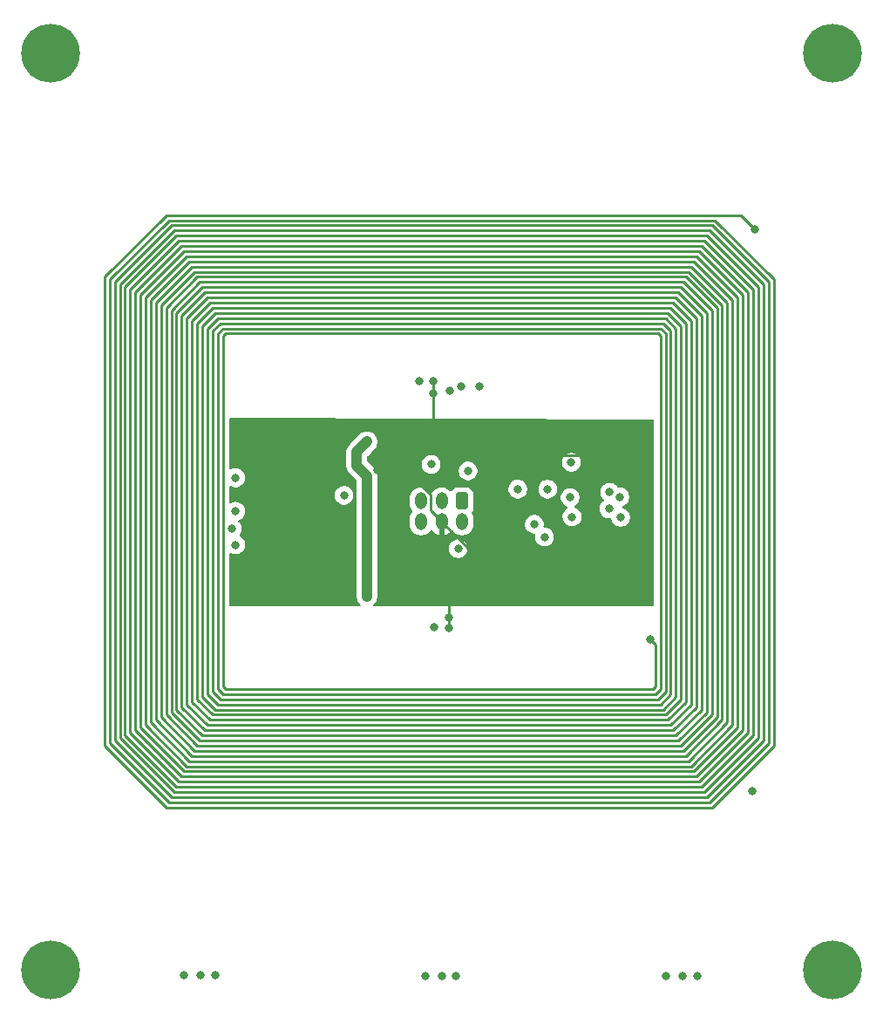
<source format=gbr>
%TF.GenerationSoftware,KiCad,Pcbnew,9.0.0*%
%TF.CreationDate,2025-09-25T12:09:15-07:00*%
%TF.ProjectId,XY_Faces_V3,58595f46-6163-4657-935f-56332e6b6963,3.0*%
%TF.SameCoordinates,Original*%
%TF.FileFunction,Copper,L3,Inr*%
%TF.FilePolarity,Positive*%
%FSLAX46Y46*%
G04 Gerber Fmt 4.6, Leading zero omitted, Abs format (unit mm)*
G04 Created by KiCad (PCBNEW 9.0.0) date 2025-09-25 12:09:15*
%MOMM*%
%LPD*%
G01*
G04 APERTURE LIST*
G04 Aperture macros list*
%AMRoundRect*
0 Rectangle with rounded corners*
0 $1 Rounding radius*
0 $2 $3 $4 $5 $6 $7 $8 $9 X,Y pos of 4 corners*
0 Add a 4 corners polygon primitive as box body*
4,1,4,$2,$3,$4,$5,$6,$7,$8,$9,$2,$3,0*
0 Add four circle primitives for the rounded corners*
1,1,$1+$1,$2,$3*
1,1,$1+$1,$4,$5*
1,1,$1+$1,$6,$7*
1,1,$1+$1,$8,$9*
0 Add four rect primitives between the rounded corners*
20,1,$1+$1,$2,$3,$4,$5,0*
20,1,$1+$1,$4,$5,$6,$7,0*
20,1,$1+$1,$6,$7,$8,$9,0*
20,1,$1+$1,$8,$9,$2,$3,0*%
G04 Aperture macros list end*
%TA.AperFunction,ComponentPad*%
%ADD10C,5.700000*%
%TD*%
%TA.AperFunction,ComponentPad*%
%ADD11RoundRect,0.250000X0.350000X0.575000X-0.350000X0.575000X-0.350000X-0.575000X0.350000X-0.575000X0*%
%TD*%
%TA.AperFunction,ComponentPad*%
%ADD12O,1.200000X1.650000*%
%TD*%
%TA.AperFunction,ViaPad*%
%ADD13C,0.800000*%
%TD*%
%TA.AperFunction,Conductor*%
%ADD14C,0.250000*%
%TD*%
%TA.AperFunction,Conductor*%
%ADD15C,1.000000*%
%TD*%
G04 APERTURE END LIST*
D10*
%TO.N,unconnected-(J2-Pin_1-Pad1)*%
%TO.C,J2*%
X106500000Y-70300000D03*
%TD*%
%TO.N,unconnected-(J3-Pin_1-Pad1)*%
%TO.C,J3*%
X106500000Y-159300000D03*
%TD*%
%TO.N,unconnected-(J4-Pin_1-Pad1)*%
%TO.C,J4*%
X182500000Y-70300000D03*
%TD*%
%TO.N,unconnected-(J5-Pin_1-Pad1)*%
%TO.C,J5*%
X182500000Y-159300000D03*
%TD*%
D11*
%TO.N,GND*%
%TO.C,CN1*%
X146500001Y-113750001D03*
D12*
%TO.N,SDAIN*%
X146500001Y-115750002D03*
%TO.N,VSOLAR*%
X144500000Y-113750001D03*
%TO.N,+3V3*%
X144500001Y-115750001D03*
%TO.N,VSOLAR*%
X142500001Y-113750001D03*
%TO.N,SCLIN*%
X142500000Y-115750001D03*
%TD*%
D13*
%TO.N,+3V3*%
X153300000Y-114500000D03*
%TO.N,GND*%
X154800000Y-112603280D03*
X151900000Y-112600000D03*
X169300000Y-159860000D03*
X153500000Y-116000000D03*
X160825000Y-112900000D03*
X157100000Y-110000000D03*
X143800000Y-126000000D03*
X145272182Y-103027818D03*
X144520000Y-159900000D03*
X119500000Y-159800000D03*
X167920000Y-159860000D03*
X142900000Y-159900000D03*
X166300000Y-159860000D03*
X145900000Y-159900000D03*
X146112347Y-118387653D03*
X154500000Y-117250000D03*
X135015253Y-113208948D03*
X121120000Y-159800000D03*
X124150000Y-116450000D03*
X122500000Y-159800000D03*
X160750000Y-114500000D03*
%TO.N,+3V3*%
X145200000Y-125100000D03*
X143700000Y-102100000D03*
X163300000Y-116900000D03*
X138227388Y-110744462D03*
X135750000Y-115750000D03*
X143700000Y-103300000D03*
X140346149Y-114850001D03*
X160750000Y-109750000D03*
X158775000Y-116900000D03*
X145200000Y-126100000D03*
X155500000Y-109750000D03*
%TO.N,VSOLAR*%
X146400000Y-102600000D03*
X124500000Y-114750000D03*
X124500000Y-111500000D03*
X124500000Y-118000000D03*
X148200000Y-102600000D03*
%TO.N,/SCL*%
X147068051Y-110831949D03*
X143496487Y-110201487D03*
%TO.N,/SDA*%
X157165885Y-115284647D03*
X156985660Y-113414260D03*
%TO.N,Net-(SC3--)*%
X137250000Y-123000000D03*
X136250000Y-109000000D03*
X137250000Y-108000000D03*
X137250000Y-121000000D03*
%TO.N,Net-(U3-OUT+)*%
X161890000Y-115330000D03*
X174680000Y-141950000D03*
X161820000Y-113350000D03*
X164800000Y-127190000D03*
X174900000Y-87350000D03*
%TO.N,SCLIN*%
X142300000Y-102100000D03*
%TD*%
D14*
%TO.N,+3V3*%
X158775000Y-116900000D02*
X163300000Y-116900000D01*
X143426001Y-114676001D02*
X143426001Y-113141439D01*
X147355000Y-118605000D02*
X144500001Y-115750001D01*
X145200000Y-123100000D02*
X145300000Y-123000000D01*
X163300000Y-116900000D02*
X163300000Y-112300000D01*
X143700000Y-102100000D02*
X143700000Y-106500000D01*
X144500001Y-115750001D02*
X143426001Y-114676001D01*
X150050000Y-118605000D02*
X147355000Y-118605000D01*
X157070000Y-118605000D02*
X158775000Y-116900000D01*
X143426001Y-113141439D02*
X141029024Y-110744462D01*
X150250000Y-111000000D02*
X151500000Y-109750000D01*
X145200000Y-125000000D02*
X145200000Y-123100000D01*
X141029024Y-110744462D02*
X138227388Y-110744462D01*
X150050000Y-111200000D02*
X150050000Y-118605000D01*
X150050000Y-118605000D02*
X157070000Y-118605000D01*
X163300000Y-112300000D02*
X160750000Y-109750000D01*
X145200000Y-125000000D02*
X145200000Y-126100000D01*
X151500000Y-109750000D02*
X155500000Y-109750000D01*
X150250000Y-111000000D02*
X150050000Y-111200000D01*
X155976000Y-109274000D02*
X160274000Y-109274000D01*
X160274000Y-109274000D02*
X160750000Y-109750000D01*
X155500000Y-109750000D02*
X155976000Y-109274000D01*
D15*
%TO.N,Net-(SC3--)*%
X137250000Y-111324124D02*
X137250000Y-121000000D01*
X136250000Y-109000000D02*
X136250000Y-110324124D01*
X137250000Y-108000000D02*
X136250000Y-109000000D01*
X136250000Y-110324124D02*
X137250000Y-111324124D01*
X137250000Y-121000000D02*
X137250000Y-123000000D01*
D14*
%TO.N,Net-(U3-OUT+)*%
X166500000Y-95500000D02*
X167750000Y-96750000D01*
X121750000Y-135500000D02*
X119750000Y-133500000D01*
X121250000Y-132750000D02*
X121250000Y-96750000D01*
X166500000Y-135000000D02*
X122000000Y-135000000D01*
X123250000Y-132500000D02*
X122750000Y-132000000D01*
X112750000Y-137000000D02*
X112750000Y-92500000D01*
X118750000Y-95500000D02*
X121250000Y-93000000D01*
X122250000Y-134500000D02*
X120750000Y-133000000D01*
X120750000Y-96500000D02*
X122250000Y-95000000D01*
X167750000Y-93000000D02*
X170250000Y-95500000D01*
X167000000Y-94500000D02*
X168750000Y-96250000D01*
X167000000Y-136000000D02*
X121500000Y-136000000D01*
X121750000Y-94000000D02*
X167250000Y-94000000D01*
X120750000Y-137500000D02*
X117750000Y-134500000D01*
X112250000Y-92250000D02*
X118000000Y-86500000D01*
X113250000Y-136750000D02*
X113250000Y-92750000D01*
X169500000Y-141000000D02*
X119000000Y-141000000D01*
X123250000Y-97750000D02*
X123500000Y-97500000D01*
X116250000Y-135250000D02*
X116250000Y-94250000D01*
X122750000Y-96000000D02*
X166250000Y-96000000D01*
X117250000Y-134750000D02*
X117250000Y-94750000D01*
X119000000Y-141000000D02*
X114250000Y-136250000D01*
X170250000Y-88000000D02*
X175250000Y-93000000D01*
X169750000Y-141500000D02*
X118750000Y-141500000D01*
X171750000Y-94750000D02*
X171750000Y-135000000D01*
X172750000Y-94250000D02*
X172750000Y-135500000D01*
X174750000Y-93250000D02*
X174750000Y-136500000D01*
X166250000Y-97500000D02*
X166250000Y-132250000D01*
X168750000Y-91000000D02*
X172250000Y-94500000D01*
X165000000Y-132000000D02*
X123500000Y-132000000D01*
X173750000Y-136000000D02*
X169250000Y-140500000D01*
X170750000Y-134500000D02*
X167750000Y-137500000D01*
X111750000Y-137500000D02*
X111750000Y-92000000D01*
X120250000Y-133250000D02*
X120250000Y-96250000D01*
X121000000Y-92500000D02*
X168000000Y-92500000D01*
X118000000Y-143000000D02*
X112250000Y-137250000D01*
X123000000Y-133000000D02*
X122250000Y-132250000D01*
X116250000Y-94250000D02*
X120000000Y-90500000D01*
X164800000Y-127190000D02*
X165290000Y-127680000D01*
X168250000Y-96500000D02*
X168250000Y-133250000D01*
X122250000Y-132250000D02*
X122250000Y-97250000D01*
X119500000Y-89500000D02*
X169500000Y-89500000D01*
X170750000Y-143500000D02*
X117750000Y-143500000D01*
X171000000Y-86500000D02*
X176750000Y-92250000D01*
X168250000Y-92000000D02*
X171250000Y-95000000D01*
X122750000Y-132000000D02*
X122750000Y-97500000D01*
X118250000Y-142500000D02*
X112750000Y-137000000D01*
X123250000Y-97000000D02*
X165750000Y-97000000D01*
X170500000Y-87500000D02*
X175750000Y-92750000D01*
X121750000Y-132500000D02*
X121750000Y-97000000D01*
X119250000Y-140500000D02*
X114750000Y-136000000D01*
X167750000Y-137500000D02*
X120750000Y-137500000D01*
X166750000Y-97250000D02*
X166750000Y-132500000D01*
X115250000Y-93750000D02*
X119500000Y-89500000D01*
X117750000Y-143500000D02*
X111750000Y-137500000D01*
X121000000Y-137000000D02*
X118250000Y-134250000D01*
X166750000Y-135500000D02*
X121750000Y-135500000D01*
X119250000Y-133750000D02*
X119250000Y-95750000D01*
X118750000Y-134000000D02*
X118750000Y-95500000D01*
X121500000Y-93500000D02*
X167500000Y-93500000D01*
X118250000Y-87000000D02*
X170750000Y-87000000D01*
X175250000Y-93000000D02*
X175250000Y-136750000D01*
X169750000Y-89000000D02*
X174250000Y-93500000D01*
X120750000Y-133000000D02*
X120750000Y-96500000D01*
X173750000Y-93750000D02*
X173750000Y-136000000D01*
X121250000Y-136500000D02*
X118750000Y-134000000D01*
X176750000Y-137500000D02*
X170750000Y-143500000D01*
X122750000Y-97500000D02*
X123250000Y-97000000D01*
X174750000Y-136500000D02*
X169750000Y-141500000D01*
X119750000Y-90000000D02*
X169250000Y-90000000D01*
X165500000Y-97500000D02*
X165750000Y-97750000D01*
X170500000Y-143000000D02*
X118000000Y-143000000D01*
X117750000Y-134500000D02*
X117750000Y-95000000D01*
X172750000Y-135500000D02*
X168750000Y-139500000D01*
X173250000Y-135750000D02*
X169000000Y-140000000D01*
X169000000Y-90500000D02*
X172750000Y-94250000D01*
X117250000Y-94750000D02*
X120500000Y-91500000D01*
X166750000Y-132500000D02*
X165750000Y-133500000D01*
X114750000Y-93500000D02*
X119250000Y-89000000D01*
X174250000Y-136250000D02*
X169500000Y-141000000D01*
X119500000Y-140000000D02*
X115250000Y-135750000D01*
X113750000Y-93000000D02*
X118750000Y-88000000D01*
X169250000Y-140500000D02*
X119250000Y-140500000D01*
X168000000Y-92500000D02*
X170750000Y-95250000D01*
X171250000Y-134750000D02*
X168000000Y-138000000D01*
X170000000Y-88500000D02*
X174750000Y-93250000D01*
X167750000Y-96750000D02*
X167750000Y-133000000D01*
X168500000Y-91500000D02*
X171750000Y-94750000D01*
X122000000Y-94500000D02*
X167000000Y-94500000D01*
X169750000Y-134000000D02*
X167250000Y-136500000D01*
X165750000Y-97000000D02*
X166250000Y-97500000D01*
X165250000Y-132500000D02*
X123250000Y-132500000D01*
X117750000Y-95000000D02*
X120750000Y-92000000D01*
X167500000Y-93500000D02*
X169750000Y-95750000D01*
X120250000Y-91000000D02*
X168750000Y-91000000D01*
X121250000Y-96750000D02*
X122500000Y-95500000D01*
X169500000Y-89500000D02*
X173750000Y-93750000D01*
X170250000Y-134250000D02*
X167500000Y-137000000D01*
X123500000Y-132000000D02*
X123250000Y-131750000D01*
X119750000Y-133500000D02*
X119750000Y-96000000D01*
X169250000Y-133750000D02*
X167000000Y-136000000D01*
X170250000Y-142500000D02*
X118250000Y-142500000D01*
X122250000Y-97250000D02*
X123000000Y-96500000D01*
X121250000Y-93000000D02*
X167750000Y-93000000D01*
X118000000Y-86500000D02*
X171000000Y-86500000D01*
X120250000Y-138500000D02*
X116750000Y-135000000D01*
X166250000Y-132250000D02*
X165500000Y-133000000D01*
X176250000Y-92500000D02*
X176250000Y-137250000D01*
X165500000Y-133000000D02*
X123000000Y-133000000D01*
X167500000Y-137000000D02*
X121000000Y-137000000D01*
X166000000Y-134000000D02*
X122500000Y-134000000D01*
X114250000Y-136250000D02*
X114250000Y-93250000D01*
X176250000Y-137250000D02*
X170500000Y-143000000D01*
X170750000Y-87000000D02*
X176250000Y-92500000D01*
X123000000Y-96500000D02*
X166000000Y-96500000D01*
X166250000Y-134500000D02*
X122250000Y-134500000D01*
X117750000Y-86000000D02*
X173550000Y-86000000D01*
X115750000Y-135500000D02*
X115750000Y-94000000D01*
X118750000Y-141500000D02*
X113750000Y-136500000D01*
X172250000Y-94500000D02*
X172250000Y-135250000D01*
X118250000Y-95250000D02*
X121000000Y-92500000D01*
X165750000Y-133500000D02*
X122750000Y-133500000D01*
X120000000Y-90500000D02*
X169000000Y-90500000D01*
X170250000Y-95500000D02*
X170250000Y-134250000D01*
X166000000Y-96500000D02*
X166750000Y-97250000D01*
X120250000Y-96250000D02*
X122000000Y-94500000D01*
X114750000Y-136000000D02*
X114750000Y-93500000D01*
X166250000Y-96000000D02*
X167250000Y-97000000D01*
X115250000Y-135750000D02*
X115250000Y-93750000D01*
X167250000Y-132750000D02*
X166000000Y-134000000D01*
X165750000Y-132000000D02*
X165250000Y-132500000D01*
X120500000Y-91500000D02*
X168500000Y-91500000D01*
X112250000Y-137250000D02*
X112250000Y-92250000D01*
X170000000Y-142000000D02*
X118500000Y-142000000D01*
X167250000Y-97000000D02*
X167250000Y-132750000D01*
X168250000Y-133250000D02*
X166500000Y-135000000D01*
X121750000Y-97000000D02*
X122750000Y-96000000D01*
X167250000Y-94000000D02*
X169250000Y-96000000D01*
X169000000Y-140000000D02*
X119500000Y-140000000D01*
X113750000Y-136500000D02*
X113750000Y-93000000D01*
X118250000Y-134250000D02*
X118250000Y-95250000D01*
X116750000Y-94500000D02*
X120250000Y-91000000D01*
X173250000Y-94000000D02*
X173250000Y-135750000D01*
X119250000Y-89000000D02*
X169750000Y-89000000D01*
X119750000Y-139500000D02*
X115750000Y-135500000D01*
X120000000Y-139000000D02*
X116250000Y-135250000D01*
X111750000Y-92000000D02*
X117750000Y-86000000D01*
X120500000Y-138000000D02*
X117250000Y-134750000D01*
X166750000Y-95000000D02*
X168250000Y-96500000D01*
X122000000Y-135000000D02*
X120250000Y-133250000D01*
X165290000Y-127680000D02*
X165290000Y-131710000D01*
X168000000Y-138000000D02*
X120500000Y-138000000D01*
X176750000Y-92250000D02*
X176750000Y-137500000D01*
X122500000Y-134000000D02*
X121250000Y-132750000D01*
X168750000Y-133500000D02*
X166750000Y-135500000D01*
X170750000Y-95250000D02*
X170750000Y-134500000D01*
X172250000Y-135250000D02*
X168500000Y-139000000D01*
X165290000Y-131710000D02*
X165000000Y-132000000D01*
X119750000Y-96000000D02*
X121750000Y-94000000D01*
X171250000Y-95000000D02*
X171250000Y-134750000D01*
X116750000Y-135000000D02*
X116750000Y-94500000D01*
X119000000Y-88500000D02*
X170000000Y-88500000D01*
X118750000Y-88000000D02*
X170250000Y-88000000D01*
X169750000Y-95750000D02*
X169750000Y-134000000D01*
X168750000Y-139500000D02*
X119750000Y-139500000D01*
X167750000Y-133000000D02*
X166250000Y-134500000D01*
X122750000Y-133500000D02*
X121750000Y-132500000D01*
X122500000Y-95500000D02*
X166500000Y-95500000D01*
X113250000Y-92750000D02*
X118500000Y-87500000D01*
X173550000Y-86000000D02*
X174900000Y-87350000D01*
X174250000Y-93500000D02*
X174250000Y-136250000D01*
X169250000Y-90000000D02*
X173250000Y-94000000D01*
X122250000Y-95000000D02*
X166750000Y-95000000D01*
X175250000Y-136750000D02*
X170000000Y-142000000D01*
X165750000Y-97750000D02*
X165750000Y-132000000D01*
X168500000Y-139000000D02*
X120000000Y-139000000D01*
X167250000Y-136500000D02*
X121250000Y-136500000D01*
X123500000Y-97500000D02*
X165500000Y-97500000D01*
X168750000Y-96250000D02*
X168750000Y-133500000D01*
X168250000Y-138500000D02*
X120250000Y-138500000D01*
X123250000Y-131750000D02*
X123250000Y-97750000D01*
X120750000Y-92000000D02*
X168250000Y-92000000D01*
X171750000Y-135000000D02*
X168250000Y-138500000D01*
X175750000Y-92750000D02*
X175750000Y-137000000D01*
X118500000Y-142000000D02*
X113250000Y-136750000D01*
X118500000Y-87500000D02*
X170500000Y-87500000D01*
X114250000Y-93250000D02*
X119000000Y-88500000D01*
X119250000Y-95750000D02*
X121500000Y-93500000D01*
X169250000Y-96000000D02*
X169250000Y-133750000D01*
X175750000Y-137000000D02*
X170250000Y-142500000D01*
X112750000Y-92500000D02*
X118250000Y-87000000D01*
X121500000Y-136000000D02*
X119250000Y-133750000D01*
X115750000Y-94000000D02*
X119750000Y-90000000D01*
%TD*%
%TA.AperFunction,Conductor*%
%TO.N,+3V3*%
G36*
X164990854Y-105809244D02*
G01*
X165058918Y-105829438D01*
X165105260Y-105883224D01*
X165116500Y-105935244D01*
X165116500Y-123874000D01*
X165096498Y-123942121D01*
X165042842Y-123988614D01*
X164990500Y-124000000D01*
X137980424Y-124000000D01*
X137912303Y-123979998D01*
X137865810Y-123926342D01*
X137855706Y-123856068D01*
X137885200Y-123791488D01*
X137891329Y-123784905D01*
X137892881Y-123783353D01*
X138033353Y-123642881D01*
X138143721Y-123477704D01*
X138219744Y-123294169D01*
X138258500Y-123099329D01*
X138258500Y-120900671D01*
X138258500Y-118298171D01*
X145203847Y-118298171D01*
X145203847Y-118298174D01*
X145203847Y-118477132D01*
X145224136Y-118579135D01*
X145238761Y-118652656D01*
X145258820Y-118701082D01*
X145307245Y-118817989D01*
X145406669Y-118966788D01*
X145533212Y-119093331D01*
X145682011Y-119192755D01*
X145847347Y-119261240D01*
X146022868Y-119296153D01*
X146022869Y-119296153D01*
X146201825Y-119296153D01*
X146201826Y-119296153D01*
X146377347Y-119261240D01*
X146542683Y-119192755D01*
X146691482Y-119093331D01*
X146818025Y-118966788D01*
X146917449Y-118817989D01*
X146985934Y-118652653D01*
X147020847Y-118477132D01*
X147020847Y-118298174D01*
X146985934Y-118122653D01*
X146917449Y-117957317D01*
X146818025Y-117808518D01*
X146691482Y-117681975D01*
X146542683Y-117582551D01*
X146425776Y-117534126D01*
X146377350Y-117514067D01*
X146377348Y-117514066D01*
X146377347Y-117514066D01*
X146288992Y-117496491D01*
X146201828Y-117479153D01*
X146201826Y-117479153D01*
X146022868Y-117479153D01*
X146022865Y-117479153D01*
X145892118Y-117505160D01*
X145847347Y-117514066D01*
X145847346Y-117514066D01*
X145847343Y-117514067D01*
X145682009Y-117582552D01*
X145533216Y-117681972D01*
X145533209Y-117681977D01*
X145406671Y-117808515D01*
X145406666Y-117808522D01*
X145307246Y-117957315D01*
X145238761Y-118122649D01*
X145203847Y-118298171D01*
X138258500Y-118298171D01*
X138258500Y-115437760D01*
X141391500Y-115437760D01*
X141391500Y-116062242D01*
X141418795Y-116234575D01*
X141418796Y-116234578D01*
X141464880Y-116376414D01*
X141472712Y-116400517D01*
X141545985Y-116544322D01*
X141551928Y-116555985D01*
X141568744Y-116579130D01*
X141654483Y-116697140D01*
X141654484Y-116697141D01*
X141654485Y-116697142D01*
X141654487Y-116697145D01*
X141777855Y-116820513D01*
X141777858Y-116820515D01*
X141777861Y-116820518D01*
X141919019Y-116923075D01*
X142074484Y-117002289D01*
X142240426Y-117056206D01*
X142412759Y-117083501D01*
X142412762Y-117083501D01*
X142587238Y-117083501D01*
X142587241Y-117083501D01*
X142759574Y-117056206D01*
X142925516Y-117002289D01*
X143080981Y-116923075D01*
X143222139Y-116820518D01*
X143345517Y-116697140D01*
X143398375Y-116624386D01*
X143454594Y-116581035D01*
X143525330Y-116574958D01*
X143588122Y-116608089D01*
X143602245Y-116624388D01*
X143654867Y-116696816D01*
X143778182Y-116820131D01*
X143778185Y-116820133D01*
X143919279Y-116922644D01*
X144074675Y-117001823D01*
X144074681Y-117001826D01*
X144240535Y-117055715D01*
X144246001Y-117056581D01*
X144246001Y-116094101D01*
X144335957Y-116146038D01*
X144444049Y-116175001D01*
X144555953Y-116175001D01*
X144664045Y-116146038D01*
X144754001Y-116094101D01*
X144754001Y-117056581D01*
X144759466Y-117055715D01*
X144925320Y-117001826D01*
X144925326Y-117001823D01*
X145080722Y-116922644D01*
X145221816Y-116820133D01*
X145221819Y-116820131D01*
X145345131Y-116696819D01*
X145397754Y-116624390D01*
X145453977Y-116581035D01*
X145524713Y-116574959D01*
X145587505Y-116608091D01*
X145601625Y-116624387D01*
X145654484Y-116697141D01*
X145654485Y-116697142D01*
X145654486Y-116697143D01*
X145654488Y-116697146D01*
X145777856Y-116820514D01*
X145777859Y-116820516D01*
X145777862Y-116820519D01*
X145919020Y-116923076D01*
X146074485Y-117002290D01*
X146240427Y-117056207D01*
X146412760Y-117083502D01*
X146412763Y-117083502D01*
X146587239Y-117083502D01*
X146587242Y-117083502D01*
X146759575Y-117056207D01*
X146925517Y-117002290D01*
X147080982Y-116923076D01*
X147222140Y-116820519D01*
X147345518Y-116697141D01*
X147448075Y-116555983D01*
X147527289Y-116400518D01*
X147581206Y-116234576D01*
X147608501Y-116062243D01*
X147608501Y-115910518D01*
X152591500Y-115910518D01*
X152591500Y-116089481D01*
X152600575Y-116135102D01*
X152626413Y-116265000D01*
X152694898Y-116430336D01*
X152794322Y-116579135D01*
X152920865Y-116705678D01*
X153069664Y-116805102D01*
X153235000Y-116873587D01*
X153410521Y-116908500D01*
X153410522Y-116908500D01*
X153488099Y-116908500D01*
X153556220Y-116928502D01*
X153602713Y-116982158D01*
X153612817Y-117052432D01*
X153611682Y-117059056D01*
X153606820Y-117083501D01*
X153591500Y-117160518D01*
X153591500Y-117160521D01*
X153591500Y-117339479D01*
X153626413Y-117515000D01*
X153694898Y-117680336D01*
X153794322Y-117829135D01*
X153920865Y-117955678D01*
X154069664Y-118055102D01*
X154235000Y-118123587D01*
X154410521Y-118158500D01*
X154410522Y-118158500D01*
X154589478Y-118158500D01*
X154589479Y-118158500D01*
X154765000Y-118123587D01*
X154930336Y-118055102D01*
X155079135Y-117955678D01*
X155205678Y-117829135D01*
X155305102Y-117680336D01*
X155373587Y-117515000D01*
X155408500Y-117339479D01*
X155408500Y-117160521D01*
X155373587Y-116985000D01*
X155305102Y-116819664D01*
X155205678Y-116670865D01*
X155079135Y-116544322D01*
X154930336Y-116444898D01*
X154813429Y-116396473D01*
X154765003Y-116376414D01*
X154765001Y-116376413D01*
X154765000Y-116376413D01*
X154676645Y-116358838D01*
X154589481Y-116341500D01*
X154589479Y-116341500D01*
X154511902Y-116341500D01*
X154443781Y-116321498D01*
X154397288Y-116267842D01*
X154387184Y-116197568D01*
X154388323Y-116190919D01*
X154408499Y-116089484D01*
X154408498Y-116089484D01*
X154408500Y-116089479D01*
X154408500Y-115910521D01*
X154373587Y-115735000D01*
X154305102Y-115569664D01*
X154205678Y-115420865D01*
X154079135Y-115294322D01*
X153930336Y-115194898D01*
X153813429Y-115146473D01*
X153765003Y-115126414D01*
X153765001Y-115126413D01*
X153765000Y-115126413D01*
X153676645Y-115108838D01*
X153589481Y-115091500D01*
X153589479Y-115091500D01*
X153410521Y-115091500D01*
X153410518Y-115091500D01*
X153279771Y-115117507D01*
X153235000Y-115126413D01*
X153234999Y-115126413D01*
X153234996Y-115126414D01*
X153069662Y-115194899D01*
X152920869Y-115294319D01*
X152920862Y-115294324D01*
X152794324Y-115420862D01*
X152794319Y-115420869D01*
X152704629Y-115555101D01*
X152694898Y-115569664D01*
X152691845Y-115577034D01*
X152626414Y-115734996D01*
X152591500Y-115910518D01*
X147608501Y-115910518D01*
X147608501Y-115437761D01*
X147581206Y-115265428D01*
X147527289Y-115099486D01*
X147448075Y-114944021D01*
X147448071Y-114944016D01*
X147448070Y-114944013D01*
X147445487Y-114939797D01*
X147447024Y-114938854D01*
X147425780Y-114879293D01*
X147441867Y-114810143D01*
X147445329Y-114804992D01*
X147445178Y-114804899D01*
X147449031Y-114798653D01*
X147542116Y-114647739D01*
X147597888Y-114479427D01*
X147608501Y-114375546D01*
X147608500Y-113124457D01*
X147607990Y-113119469D01*
X147597888Y-113020575D01*
X147585743Y-112983924D01*
X147542116Y-112852263D01*
X147449031Y-112701349D01*
X147449029Y-112701347D01*
X147449025Y-112701342D01*
X147323659Y-112575976D01*
X147323653Y-112575971D01*
X147217537Y-112510518D01*
X150991500Y-112510518D01*
X150991500Y-112689481D01*
X151007688Y-112770862D01*
X151023879Y-112852263D01*
X151026414Y-112865003D01*
X151037383Y-112891483D01*
X151094898Y-113030336D01*
X151194322Y-113179135D01*
X151320865Y-113305678D01*
X151469664Y-113405102D01*
X151635000Y-113473587D01*
X151810521Y-113508500D01*
X151810522Y-113508500D01*
X151989478Y-113508500D01*
X151989479Y-113508500D01*
X152165000Y-113473587D01*
X152330336Y-113405102D01*
X152479135Y-113305678D01*
X152605678Y-113179135D01*
X152705102Y-113030336D01*
X152773587Y-112865000D01*
X152808500Y-112689479D01*
X152808500Y-112513798D01*
X153891500Y-112513798D01*
X153891500Y-112692761D01*
X153907036Y-112770865D01*
X153925761Y-112865003D01*
X153926414Y-112868283D01*
X153929274Y-112875187D01*
X153994898Y-113033616D01*
X154094322Y-113182415D01*
X154220865Y-113308958D01*
X154369664Y-113408382D01*
X154535000Y-113476867D01*
X154710521Y-113511780D01*
X154710522Y-113511780D01*
X154889478Y-113511780D01*
X154889479Y-113511780D01*
X155065000Y-113476867D01*
X155230336Y-113408382D01*
X155355459Y-113324778D01*
X156077160Y-113324778D01*
X156077160Y-113503741D01*
X156078107Y-113508500D01*
X156104121Y-113639284D01*
X156112074Y-113679263D01*
X156126167Y-113713285D01*
X156180558Y-113844596D01*
X156279982Y-113993395D01*
X156406525Y-114119938D01*
X156555324Y-114219362D01*
X156689172Y-114274804D01*
X156744452Y-114319353D01*
X156766873Y-114386716D01*
X156749314Y-114455508D01*
X156710955Y-114495978D01*
X156586754Y-114578966D01*
X156586747Y-114578971D01*
X156460209Y-114705509D01*
X156460204Y-114705516D01*
X156360784Y-114854309D01*
X156292299Y-115019643D01*
X156257385Y-115195165D01*
X156257385Y-115374128D01*
X156270042Y-115437760D01*
X156291019Y-115543218D01*
X156292299Y-115549650D01*
X156300589Y-115569664D01*
X156360783Y-115714983D01*
X156460207Y-115863782D01*
X156586750Y-115990325D01*
X156735549Y-116089749D01*
X156900885Y-116158234D01*
X157076406Y-116193147D01*
X157076407Y-116193147D01*
X157255363Y-116193147D01*
X157255364Y-116193147D01*
X157430885Y-116158234D01*
X157596221Y-116089749D01*
X157745020Y-115990325D01*
X157871563Y-115863782D01*
X157970987Y-115714983D01*
X158039472Y-115549647D01*
X158074385Y-115374126D01*
X158074385Y-115195168D01*
X158039472Y-115019647D01*
X157970987Y-114854311D01*
X157871563Y-114705512D01*
X157745020Y-114578969D01*
X157745016Y-114578966D01*
X157745011Y-114578962D01*
X157647726Y-114513959D01*
X157647723Y-114513957D01*
X157596221Y-114479545D01*
X157459027Y-114422716D01*
X157455741Y-114421128D01*
X157444027Y-114410518D01*
X159841500Y-114410518D01*
X159841500Y-114589481D01*
X159855630Y-114660518D01*
X159876413Y-114765000D01*
X159944898Y-114930336D01*
X160044322Y-115079135D01*
X160170865Y-115205678D01*
X160319664Y-115305102D01*
X160485000Y-115373587D01*
X160660521Y-115408500D01*
X160660522Y-115408500D01*
X160839479Y-115408500D01*
X160850413Y-115406325D01*
X160921127Y-115412652D01*
X160977195Y-115456206D01*
X160998575Y-115505322D01*
X161016413Y-115595000D01*
X161084898Y-115760336D01*
X161184322Y-115909135D01*
X161310865Y-116035678D01*
X161459664Y-116135102D01*
X161625000Y-116203587D01*
X161800521Y-116238500D01*
X161800522Y-116238500D01*
X161979478Y-116238500D01*
X161979479Y-116238500D01*
X162155000Y-116203587D01*
X162320336Y-116135102D01*
X162469135Y-116035678D01*
X162595678Y-115909135D01*
X162695102Y-115760336D01*
X162763587Y-115595000D01*
X162798500Y-115419479D01*
X162798500Y-115240521D01*
X162763587Y-115065000D01*
X162695102Y-114899664D01*
X162595678Y-114750865D01*
X162469135Y-114624322D01*
X162320336Y-114524898D01*
X162224005Y-114484996D01*
X162154999Y-114456412D01*
X162135356Y-114452505D01*
X162072447Y-114419597D01*
X162037317Y-114357901D01*
X162041118Y-114287006D01*
X162082645Y-114229421D01*
X162111720Y-114212519D01*
X162250336Y-114155102D01*
X162399135Y-114055678D01*
X162525678Y-113929135D01*
X162625102Y-113780336D01*
X162693587Y-113615000D01*
X162728500Y-113439479D01*
X162728500Y-113260521D01*
X162693587Y-113085000D01*
X162625102Y-112919664D01*
X162525678Y-112770865D01*
X162399135Y-112644322D01*
X162250336Y-112544898D01*
X162100627Y-112482886D01*
X162085003Y-112476414D01*
X162085001Y-112476413D01*
X162085000Y-112476413D01*
X161996645Y-112458838D01*
X161909481Y-112441500D01*
X161909479Y-112441500D01*
X161730521Y-112441500D01*
X161730520Y-112441500D01*
X161730510Y-112441501D01*
X161707841Y-112446010D01*
X161637127Y-112439681D01*
X161581061Y-112396126D01*
X161578522Y-112392470D01*
X161530678Y-112320865D01*
X161404135Y-112194322D01*
X161255336Y-112094898D01*
X161138429Y-112046473D01*
X161090003Y-112026414D01*
X161090001Y-112026413D01*
X161090000Y-112026413D01*
X161001645Y-112008838D01*
X160914481Y-111991500D01*
X160914479Y-111991500D01*
X160735521Y-111991500D01*
X160735518Y-111991500D01*
X160604771Y-112017507D01*
X160560000Y-112026413D01*
X160559999Y-112026413D01*
X160559996Y-112026414D01*
X160394662Y-112094899D01*
X160245869Y-112194319D01*
X160245862Y-112194324D01*
X160119324Y-112320862D01*
X160119319Y-112320869D01*
X160037182Y-112443797D01*
X160019898Y-112469664D01*
X160017102Y-112476414D01*
X159951414Y-112634996D01*
X159951413Y-112634999D01*
X159951413Y-112635000D01*
X159942565Y-112679484D01*
X159916500Y-112810518D01*
X159916500Y-112989481D01*
X159927728Y-113045928D01*
X159948281Y-113149256D01*
X159951414Y-113165003D01*
X159958627Y-113182417D01*
X160019898Y-113330336D01*
X160119322Y-113479135D01*
X160119324Y-113479137D01*
X160220345Y-113580158D01*
X160254371Y-113642470D01*
X160249306Y-113713285D01*
X160206759Y-113770121D01*
X160201252Y-113774018D01*
X160170869Y-113794319D01*
X160170862Y-113794324D01*
X160044324Y-113920862D01*
X160044319Y-113920869D01*
X159954242Y-114055680D01*
X159944898Y-114069664D01*
X159939567Y-114082535D01*
X159876414Y-114234996D01*
X159876413Y-114234999D01*
X159876413Y-114235000D01*
X159875354Y-114240326D01*
X159841500Y-114410518D01*
X157444027Y-114410518D01*
X157432014Y-114399637D01*
X157407091Y-114379553D01*
X157405904Y-114375988D01*
X157403121Y-114373467D01*
X157394779Y-114342562D01*
X157384671Y-114312189D01*
X157385599Y-114308549D01*
X157384621Y-114304923D01*
X157394314Y-114274407D01*
X157402230Y-114243398D01*
X157405141Y-114240326D01*
X157406116Y-114237258D01*
X157415130Y-114229787D01*
X157440585Y-114202932D01*
X157564795Y-114119938D01*
X157691338Y-113993395D01*
X157790762Y-113844596D01*
X157859247Y-113679260D01*
X157894160Y-113503739D01*
X157894160Y-113324781D01*
X157859247Y-113149260D01*
X157790762Y-112983924D01*
X157691338Y-112835125D01*
X157564795Y-112708582D01*
X157415996Y-112609158D01*
X157299089Y-112560733D01*
X157250663Y-112540674D01*
X157250661Y-112540673D01*
X157250660Y-112540673D01*
X157162305Y-112523098D01*
X157075141Y-112505760D01*
X157075139Y-112505760D01*
X156896181Y-112505760D01*
X156896178Y-112505760D01*
X156765431Y-112531767D01*
X156720660Y-112540673D01*
X156720659Y-112540673D01*
X156720656Y-112540674D01*
X156555322Y-112609159D01*
X156406529Y-112708579D01*
X156406522Y-112708584D01*
X156279984Y-112835122D01*
X156279979Y-112835129D01*
X156180559Y-112983922D01*
X156112074Y-113149256D01*
X156077160Y-113324778D01*
X155355459Y-113324778D01*
X155379135Y-113308958D01*
X155505678Y-113182415D01*
X155605102Y-113033616D01*
X155673587Y-112868280D01*
X155708500Y-112692759D01*
X155708500Y-112513801D01*
X155673587Y-112338280D01*
X155605102Y-112172944D01*
X155505678Y-112024145D01*
X155379135Y-111897602D01*
X155230336Y-111798178D01*
X155090965Y-111740448D01*
X155065003Y-111729694D01*
X155065001Y-111729693D01*
X155065000Y-111729693D01*
X154943554Y-111705536D01*
X154889481Y-111694780D01*
X154889479Y-111694780D01*
X154710521Y-111694780D01*
X154710518Y-111694780D01*
X154579771Y-111720787D01*
X154535000Y-111729693D01*
X154534999Y-111729693D01*
X154534996Y-111729694D01*
X154369662Y-111798179D01*
X154220869Y-111897599D01*
X154220862Y-111897604D01*
X154094324Y-112024142D01*
X154094319Y-112024149D01*
X153994899Y-112172942D01*
X153926414Y-112338276D01*
X153926413Y-112338279D01*
X153926413Y-112338280D01*
X153919390Y-112373587D01*
X153891500Y-112513798D01*
X152808500Y-112513798D01*
X152808500Y-112510521D01*
X152773587Y-112335000D01*
X152705102Y-112169664D01*
X152605678Y-112020865D01*
X152479135Y-111894322D01*
X152330336Y-111794898D01*
X152172919Y-111729693D01*
X152165003Y-111726414D01*
X152165001Y-111726413D01*
X152165000Y-111726413D01*
X152076645Y-111708838D01*
X151989481Y-111691500D01*
X151989479Y-111691500D01*
X151810521Y-111691500D01*
X151810518Y-111691500D01*
X151679771Y-111717507D01*
X151635000Y-111726413D01*
X151634999Y-111726413D01*
X151634996Y-111726414D01*
X151469662Y-111794899D01*
X151320869Y-111894319D01*
X151320862Y-111894324D01*
X151194324Y-112020862D01*
X151194319Y-112020869D01*
X151095801Y-112168313D01*
X151094898Y-112169664D01*
X151084685Y-112194320D01*
X151026414Y-112334996D01*
X151026413Y-112334999D01*
X151026413Y-112335000D01*
X151018738Y-112373585D01*
X150991500Y-112510518D01*
X147217537Y-112510518D01*
X147172739Y-112482886D01*
X147088583Y-112455000D01*
X147004428Y-112427114D01*
X147004421Y-112427113D01*
X146900554Y-112416501D01*
X146099456Y-112416501D01*
X145995575Y-112427113D01*
X145827262Y-112482886D01*
X145676348Y-112575971D01*
X145676342Y-112575976D01*
X145550976Y-112701342D01*
X145550972Y-112701347D01*
X145517519Y-112755582D01*
X145464732Y-112803059D01*
X145394657Y-112814461D01*
X145329542Y-112786167D01*
X145321184Y-112778528D01*
X145222144Y-112679488D01*
X145222141Y-112679486D01*
X145222139Y-112679484D01*
X145080981Y-112576927D01*
X144925516Y-112497713D01*
X144925513Y-112497712D01*
X144925511Y-112497711D01*
X144759577Y-112443797D01*
X144759574Y-112443796D01*
X144587241Y-112416501D01*
X144412759Y-112416501D01*
X144240426Y-112443796D01*
X144240423Y-112443796D01*
X144240422Y-112443797D01*
X144074488Y-112497711D01*
X144074482Y-112497714D01*
X143919015Y-112576929D01*
X143777858Y-112679486D01*
X143777855Y-112679488D01*
X143654488Y-112802855D01*
X143601936Y-112875187D01*
X143545713Y-112918540D01*
X143474977Y-112924615D01*
X143412185Y-112891483D01*
X143398064Y-112875186D01*
X143393049Y-112868283D01*
X143345518Y-112802862D01*
X143345515Y-112802859D01*
X143345513Y-112802856D01*
X143222145Y-112679488D01*
X143222142Y-112679486D01*
X143222140Y-112679484D01*
X143080982Y-112576927D01*
X142925517Y-112497713D01*
X142925514Y-112497712D01*
X142925512Y-112497711D01*
X142759578Y-112443797D01*
X142759575Y-112443796D01*
X142587242Y-112416501D01*
X142412760Y-112416501D01*
X142240427Y-112443796D01*
X142240424Y-112443796D01*
X142240423Y-112443797D01*
X142074489Y-112497711D01*
X142074483Y-112497714D01*
X141919016Y-112576929D01*
X141777859Y-112679486D01*
X141777856Y-112679488D01*
X141654488Y-112802856D01*
X141654486Y-112802859D01*
X141551929Y-112944016D01*
X141472714Y-113099483D01*
X141472711Y-113099489D01*
X141418797Y-113265423D01*
X141418796Y-113265427D01*
X141391501Y-113437760D01*
X141391501Y-114062242D01*
X141418796Y-114234575D01*
X141418797Y-114234578D01*
X141464599Y-114375546D01*
X141472713Y-114400517D01*
X141551927Y-114555982D01*
X141551929Y-114555985D01*
X141639080Y-114675938D01*
X141662939Y-114742806D01*
X141646858Y-114811957D01*
X141639081Y-114824059D01*
X141551927Y-114944017D01*
X141472713Y-115099483D01*
X141472710Y-115099489D01*
X141426888Y-115240518D01*
X141418795Y-115265427D01*
X141391500Y-115437760D01*
X138258500Y-115437760D01*
X138258500Y-111224795D01*
X138219744Y-111029955D01*
X138186490Y-110949672D01*
X138143722Y-110846421D01*
X138033354Y-110681243D01*
X137464116Y-110112005D01*
X142587987Y-110112005D01*
X142587987Y-110112008D01*
X142587987Y-110290966D01*
X142622900Y-110466487D01*
X142691385Y-110631823D01*
X142790809Y-110780622D01*
X142917352Y-110907165D01*
X143066151Y-111006589D01*
X143231487Y-111075074D01*
X143407008Y-111109987D01*
X143407009Y-111109987D01*
X143585965Y-111109987D01*
X143585966Y-111109987D01*
X143761487Y-111075074D01*
X143926823Y-111006589D01*
X144075622Y-110907165D01*
X144202165Y-110780622D01*
X144227659Y-110742467D01*
X146159551Y-110742467D01*
X146159551Y-110742470D01*
X146159551Y-110921428D01*
X146190112Y-111075072D01*
X146194465Y-111096952D01*
X146214524Y-111145378D01*
X146262949Y-111262285D01*
X146362373Y-111411084D01*
X146488916Y-111537627D01*
X146637715Y-111637051D01*
X146803051Y-111705536D01*
X146978572Y-111740449D01*
X146978573Y-111740449D01*
X147157529Y-111740449D01*
X147157530Y-111740449D01*
X147333051Y-111705536D01*
X147498387Y-111637051D01*
X147647186Y-111537627D01*
X147773729Y-111411084D01*
X147873153Y-111262285D01*
X147941638Y-111096949D01*
X147976551Y-110921428D01*
X147976551Y-110742470D01*
X147941638Y-110566949D01*
X147873153Y-110401613D01*
X147773729Y-110252814D01*
X147647186Y-110126271D01*
X147498387Y-110026847D01*
X147483642Y-110020739D01*
X147483641Y-110020738D01*
X147333058Y-109958364D01*
X147333053Y-109958363D01*
X147333051Y-109958362D01*
X147223057Y-109936483D01*
X147157532Y-109923449D01*
X147157530Y-109923449D01*
X146978572Y-109923449D01*
X146978569Y-109923449D01*
X146847822Y-109949456D01*
X146803051Y-109958362D01*
X146803050Y-109958362D01*
X146803047Y-109958363D01*
X146671953Y-110012665D01*
X146652459Y-110020740D01*
X146637713Y-110026848D01*
X146488920Y-110126268D01*
X146488913Y-110126273D01*
X146362375Y-110252811D01*
X146362370Y-110252818D01*
X146336881Y-110290966D01*
X146262949Y-110401613D01*
X146253902Y-110423455D01*
X146194465Y-110566945D01*
X146194464Y-110566948D01*
X146194464Y-110566949D01*
X146189581Y-110591500D01*
X146159551Y-110742467D01*
X144227659Y-110742467D01*
X144301589Y-110631823D01*
X144370074Y-110466487D01*
X144404987Y-110290966D01*
X144404987Y-110112008D01*
X144370074Y-109936487D01*
X144359317Y-109910518D01*
X156191500Y-109910518D01*
X156191500Y-110089481D01*
X156208838Y-110176645D01*
X156223988Y-110252811D01*
X156226414Y-110265003D01*
X156237169Y-110290968D01*
X156294898Y-110430336D01*
X156394322Y-110579135D01*
X156520865Y-110705678D01*
X156669664Y-110805102D01*
X156835000Y-110873587D01*
X157010521Y-110908500D01*
X157010522Y-110908500D01*
X157189478Y-110908500D01*
X157189479Y-110908500D01*
X157365000Y-110873587D01*
X157530336Y-110805102D01*
X157679135Y-110705678D01*
X157805678Y-110579135D01*
X157905102Y-110430336D01*
X157973587Y-110265000D01*
X158008500Y-110089479D01*
X158008500Y-109910521D01*
X157973587Y-109735000D01*
X157905102Y-109569664D01*
X157805678Y-109420865D01*
X157679135Y-109294322D01*
X157530336Y-109194898D01*
X157413429Y-109146473D01*
X157365003Y-109126414D01*
X157365001Y-109126413D01*
X157365000Y-109126413D01*
X157276645Y-109108838D01*
X157189481Y-109091500D01*
X157189479Y-109091500D01*
X157010521Y-109091500D01*
X157010518Y-109091500D01*
X156879771Y-109117507D01*
X156835000Y-109126413D01*
X156834999Y-109126413D01*
X156834996Y-109126414D01*
X156669662Y-109194899D01*
X156520869Y-109294319D01*
X156520862Y-109294324D01*
X156394324Y-109420862D01*
X156394319Y-109420869D01*
X156294899Y-109569662D01*
X156226414Y-109734996D01*
X156191500Y-109910518D01*
X144359317Y-109910518D01*
X144301589Y-109771151D01*
X144202165Y-109622352D01*
X144075622Y-109495809D01*
X143926823Y-109396385D01*
X143809916Y-109347960D01*
X143761490Y-109327901D01*
X143761488Y-109327900D01*
X143761487Y-109327900D01*
X143673132Y-109310325D01*
X143585968Y-109292987D01*
X143585966Y-109292987D01*
X143407008Y-109292987D01*
X143407005Y-109292987D01*
X143276258Y-109318994D01*
X143231487Y-109327900D01*
X143231486Y-109327900D01*
X143231483Y-109327901D01*
X143066149Y-109396386D01*
X142917356Y-109495806D01*
X142917349Y-109495811D01*
X142790811Y-109622349D01*
X142790806Y-109622356D01*
X142691386Y-109771149D01*
X142622901Y-109936483D01*
X142622900Y-109936486D01*
X142622900Y-109936487D01*
X142613994Y-109981258D01*
X142587987Y-110112005D01*
X137464116Y-110112005D01*
X137295405Y-109943294D01*
X137261379Y-109880982D01*
X137258500Y-109854199D01*
X137258500Y-109469925D01*
X137278502Y-109401804D01*
X137295405Y-109380830D01*
X137655377Y-109020856D01*
X138033354Y-108642881D01*
X138143722Y-108477703D01*
X138219744Y-108294168D01*
X138258500Y-108099328D01*
X138258500Y-107900671D01*
X138219744Y-107705831D01*
X138143722Y-107522296D01*
X138033354Y-107357119D01*
X137892881Y-107216646D01*
X137727704Y-107106278D01*
X137544169Y-107030256D01*
X137349331Y-106991500D01*
X137349329Y-106991500D01*
X137150672Y-106991500D01*
X137150669Y-106991500D01*
X136955831Y-107030256D01*
X136955826Y-107030258D01*
X136772296Y-107106278D01*
X136607123Y-107216643D01*
X136607116Y-107216648D01*
X135607119Y-108216647D01*
X135466649Y-108357116D01*
X135466644Y-108357123D01*
X135356279Y-108522296D01*
X135280258Y-108705825D01*
X135280256Y-108705830D01*
X135241500Y-108900668D01*
X135241500Y-110423455D01*
X135280256Y-110618293D01*
X135311987Y-110694898D01*
X135356279Y-110801828D01*
X135466647Y-110967005D01*
X135466649Y-110967007D01*
X136204595Y-111704953D01*
X136238621Y-111767265D01*
X136241500Y-111794048D01*
X136241500Y-120900671D01*
X136241500Y-123099329D01*
X136280256Y-123294169D01*
X136356279Y-123477704D01*
X136466647Y-123642881D01*
X136466649Y-123642883D01*
X136608671Y-123784905D01*
X136642697Y-123847217D01*
X136637632Y-123918032D01*
X136595085Y-123974868D01*
X136528565Y-123999679D01*
X136519576Y-124000000D01*
X124009500Y-124000000D01*
X123941379Y-123979998D01*
X123894886Y-123926342D01*
X123883500Y-123874000D01*
X123883500Y-118915813D01*
X123903502Y-118847692D01*
X123957158Y-118801199D01*
X124027432Y-118791095D01*
X124063823Y-118803028D01*
X124063946Y-118802733D01*
X124067841Y-118804346D01*
X124068904Y-118804695D01*
X124069659Y-118805099D01*
X124069664Y-118805102D01*
X124235000Y-118873587D01*
X124410521Y-118908500D01*
X124410522Y-118908500D01*
X124589478Y-118908500D01*
X124589479Y-118908500D01*
X124765000Y-118873587D01*
X124930336Y-118805102D01*
X125079135Y-118705678D01*
X125205678Y-118579135D01*
X125305102Y-118430336D01*
X125373587Y-118265000D01*
X125408500Y-118089479D01*
X125408500Y-117910521D01*
X125373587Y-117735000D01*
X125305102Y-117569664D01*
X125205678Y-117420865D01*
X125079135Y-117294322D01*
X124930336Y-117194898D01*
X124926953Y-117193497D01*
X124925454Y-117192288D01*
X124924875Y-117191979D01*
X124924933Y-117191869D01*
X124871675Y-117148949D01*
X124849254Y-117081585D01*
X124866813Y-117012794D01*
X124870393Y-117007112D01*
X124955102Y-116880336D01*
X125023587Y-116715000D01*
X125058500Y-116539479D01*
X125058500Y-116360521D01*
X125023587Y-116185000D01*
X124955102Y-116019664D01*
X124855678Y-115870865D01*
X124787607Y-115802794D01*
X124753581Y-115740482D01*
X124758646Y-115669667D01*
X124801193Y-115612831D01*
X124828478Y-115597293D01*
X124930336Y-115555102D01*
X125079135Y-115455678D01*
X125205678Y-115329135D01*
X125305102Y-115180336D01*
X125373587Y-115015000D01*
X125408500Y-114839479D01*
X125408500Y-114660521D01*
X125373587Y-114485000D01*
X125305102Y-114319664D01*
X125205678Y-114170865D01*
X125079135Y-114044322D01*
X124930336Y-113944898D01*
X124813429Y-113896473D01*
X124765003Y-113876414D01*
X124765001Y-113876413D01*
X124765000Y-113876413D01*
X124676645Y-113858838D01*
X124589481Y-113841500D01*
X124589479Y-113841500D01*
X124410521Y-113841500D01*
X124410518Y-113841500D01*
X124279771Y-113867507D01*
X124235000Y-113876413D01*
X124234999Y-113876413D01*
X124234996Y-113876414D01*
X124069654Y-113944902D01*
X124068890Y-113945311D01*
X124068443Y-113945403D01*
X124063946Y-113947267D01*
X124063592Y-113946413D01*
X123999384Y-113959779D01*
X123933089Y-113934372D01*
X123891054Y-113877157D01*
X123883500Y-113834186D01*
X123883500Y-113119466D01*
X134106753Y-113119466D01*
X134106753Y-113298429D01*
X134108848Y-113308960D01*
X134141594Y-113473587D01*
X134141667Y-113473951D01*
X134143815Y-113479137D01*
X134210151Y-113639284D01*
X134309575Y-113788083D01*
X134436118Y-113914626D01*
X134584917Y-114014050D01*
X134750253Y-114082535D01*
X134925774Y-114117448D01*
X134925775Y-114117448D01*
X135104731Y-114117448D01*
X135104732Y-114117448D01*
X135280253Y-114082535D01*
X135445589Y-114014050D01*
X135594388Y-113914626D01*
X135720931Y-113788083D01*
X135820355Y-113639284D01*
X135888840Y-113473948D01*
X135923753Y-113298427D01*
X135923753Y-113119469D01*
X135888840Y-112943948D01*
X135820355Y-112778612D01*
X135720931Y-112629813D01*
X135594388Y-112503270D01*
X135445589Y-112403846D01*
X135328682Y-112355421D01*
X135280256Y-112335362D01*
X135280254Y-112335361D01*
X135280253Y-112335361D01*
X135191898Y-112317786D01*
X135104734Y-112300448D01*
X135104732Y-112300448D01*
X134925774Y-112300448D01*
X134925771Y-112300448D01*
X134795024Y-112326455D01*
X134750253Y-112335361D01*
X134750252Y-112335361D01*
X134750249Y-112335362D01*
X134584915Y-112403847D01*
X134436122Y-112503267D01*
X134436115Y-112503272D01*
X134309577Y-112629810D01*
X134309572Y-112629817D01*
X134215325Y-112770869D01*
X134210151Y-112778612D01*
X134200106Y-112802862D01*
X134141667Y-112943944D01*
X134141666Y-112943947D01*
X134141666Y-112943948D01*
X134141652Y-112944020D01*
X134106753Y-113119466D01*
X123883500Y-113119466D01*
X123883500Y-112415813D01*
X123903502Y-112347692D01*
X123957158Y-112301199D01*
X124027432Y-112291095D01*
X124063823Y-112303028D01*
X124063946Y-112302733D01*
X124067841Y-112304346D01*
X124068904Y-112304695D01*
X124069659Y-112305099D01*
X124069664Y-112305102D01*
X124235000Y-112373587D01*
X124410521Y-112408500D01*
X124410522Y-112408500D01*
X124589478Y-112408500D01*
X124589479Y-112408500D01*
X124765000Y-112373587D01*
X124930336Y-112305102D01*
X125079135Y-112205678D01*
X125205678Y-112079135D01*
X125305102Y-111930336D01*
X125373587Y-111765000D01*
X125408500Y-111589479D01*
X125408500Y-111410521D01*
X125373587Y-111235000D01*
X125305102Y-111069664D01*
X125205678Y-110920865D01*
X125079135Y-110794322D01*
X124930336Y-110694898D01*
X124813429Y-110646473D01*
X124765003Y-110626414D01*
X124765001Y-110626413D01*
X124765000Y-110626413D01*
X124676645Y-110608838D01*
X124589481Y-110591500D01*
X124589479Y-110591500D01*
X124410521Y-110591500D01*
X124410518Y-110591500D01*
X124279771Y-110617507D01*
X124235000Y-110626413D01*
X124234999Y-110626413D01*
X124234996Y-110626414D01*
X124069654Y-110694902D01*
X124068890Y-110695311D01*
X124068443Y-110695403D01*
X124063946Y-110697267D01*
X124063592Y-110696413D01*
X123999384Y-110709779D01*
X123933089Y-110684372D01*
X123891054Y-110627157D01*
X123883500Y-110584186D01*
X123883500Y-105820128D01*
X123903502Y-105752007D01*
X123957158Y-105705514D01*
X124009848Y-105694129D01*
X164990854Y-105809244D01*
G37*
%TD.AperFunction*%
%TD*%
M02*

</source>
